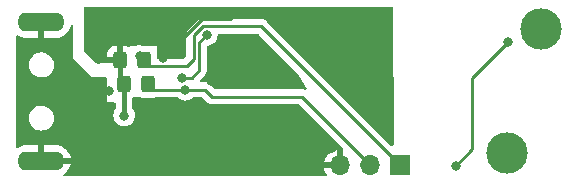
<source format=gbl>
%TF.GenerationSoftware,KiCad,Pcbnew,(5.99.0-7212-gef75ce9035)*%
%TF.CreationDate,2021-04-24T18:58:59-07:00*%
%TF.ProjectId,nikon_ctrl,6e696b6f-6e5f-4637-9472-6c2e6b696361,rev?*%
%TF.SameCoordinates,Original*%
%TF.FileFunction,Copper,L2,Bot*%
%TF.FilePolarity,Positive*%
%FSLAX46Y46*%
G04 Gerber Fmt 4.6, Leading zero omitted, Abs format (unit mm)*
G04 Created by KiCad (PCBNEW (5.99.0-7212-gef75ce9035)) date 2021-04-24 18:58:59*
%MOMM*%
%LPD*%
G01*
G04 APERTURE LIST*
G04 Aperture macros list*
%AMRoundRect*
0 Rectangle with rounded corners*
0 $1 Rounding radius*
0 $2 $3 $4 $5 $6 $7 $8 $9 X,Y pos of 4 corners*
0 Add a 4 corners polygon primitive as box body*
4,1,4,$2,$3,$4,$5,$6,$7,$8,$9,$2,$3,0*
0 Add four circle primitives for the rounded corners*
1,1,$1+$1,$2,$3,0*
1,1,$1+$1,$4,$5,0*
1,1,$1+$1,$6,$7,0*
1,1,$1+$1,$8,$9,0*
0 Add four rect primitives between the rounded corners*
20,1,$1+$1,$2,$3,$4,$5,0*
20,1,$1+$1,$4,$5,$6,$7,0*
20,1,$1+$1,$6,$7,$8,$9,0*
20,1,$1+$1,$8,$9,$2,$3,0*%
G04 Aperture macros list end*
%TA.AperFunction,ComponentPad*%
%ADD10O,1.700000X1.700000*%
%TD*%
%TA.AperFunction,ComponentPad*%
%ADD11R,1.700000X1.700000*%
%TD*%
%TA.AperFunction,ComponentPad*%
%ADD12O,4.000000X1.600000*%
%TD*%
%TA.AperFunction,ComponentPad*%
%ADD13C,3.500000*%
%TD*%
%TA.AperFunction,SMDPad,CuDef*%
%ADD14RoundRect,0.250000X-0.325000X-0.450000X0.325000X-0.450000X0.325000X0.450000X-0.325000X0.450000X0*%
%TD*%
%TA.AperFunction,ViaPad*%
%ADD15C,0.800000*%
%TD*%
%TA.AperFunction,Conductor*%
%ADD16C,0.250000*%
%TD*%
%TA.AperFunction,Conductor*%
%ADD17C,0.400000*%
%TD*%
G04 APERTURE END LIST*
D10*
%TO.P,J3,3,Pin_3*%
%TO.N,GND*%
X141912340Y-114406680D03*
%TO.P,J3,2,Pin_2*%
%TO.N,TXD*%
X144452340Y-114406680D03*
D11*
%TO.P,J3,1,Pin_1*%
%TO.N,RXD*%
X146992340Y-114406680D03*
%TD*%
D12*
%TO.P,J1,10,SHIELD*%
%TO.N,GND*%
X116624740Y-114026060D03*
X116624740Y-102326060D03*
%TD*%
D13*
%TO.P,H1,1*%
%TO.N,N/C*%
X158912560Y-102864920D03*
%TD*%
%TO.P,H2,1*%
%TO.N,N/C*%
X156044900Y-113398300D03*
%TD*%
D14*
%TO.P,R9,1*%
%TO.N,+3V3*%
X123582320Y-107502960D03*
%TO.P,R9,2*%
%TO.N,TXD*%
X125632320Y-107502960D03*
%TD*%
%TO.P,R10,1*%
%TO.N,+3V3*%
X123269900Y-105496360D03*
%TO.P,R10,2*%
%TO.N,RXD*%
X125319900Y-105496360D03*
%TD*%
D15*
%TO.N,GND*%
X141236700Y-112951260D03*
X151693880Y-114449860D03*
X156161740Y-103979980D03*
%TO.N,+3V3*%
X144688560Y-101828600D03*
%TO.N,GND*%
X133197600Y-107515660D03*
X136723880Y-106920540D03*
X120771920Y-113621820D03*
%TO.N,+3V3*%
X143562869Y-108971551D03*
X143860520Y-102656640D03*
%TO.N,GND*%
X115239800Y-104561640D03*
X115239800Y-108176060D03*
X115775740Y-112052100D03*
X131427220Y-110035340D03*
X134713980Y-111066580D03*
X129118360Y-110027720D03*
X131008120Y-107304840D03*
X131513580Y-114294920D03*
X122369580Y-108163360D03*
X116570760Y-108163360D03*
%TO.N,+3V3*%
X123631960Y-110208060D03*
%TO.N,TXD*%
X128811020Y-108028740D03*
%TO.N,+3V3*%
X133068060Y-101589840D03*
X126923800Y-105318560D03*
%TO.N,RXD*%
X124945140Y-105166160D03*
%TO.N,RTS*%
X128516380Y-107007660D03*
X130642360Y-103372920D03*
%TO.N,+3V3*%
X120909080Y-102039420D03*
%TD*%
D16*
%TO.N,GND*%
X153121360Y-107020360D02*
X153121360Y-113022380D01*
X153121360Y-113022380D02*
X151693880Y-114449860D01*
X156161740Y-103979980D02*
X153121360Y-107020360D01*
%TO.N,RXD*%
X129542110Y-105419730D02*
X129542110Y-103400168D01*
X125867101Y-106043561D02*
X128791801Y-106043561D01*
X129542110Y-105419730D02*
X128918279Y-106043561D01*
X128918279Y-106043561D02*
X128791801Y-106043561D01*
%TO.N,GND*%
X141912340Y-114406680D02*
X136878060Y-114406680D01*
X136878060Y-114406680D02*
X134713980Y-112242600D01*
X134713980Y-112242600D02*
X134713980Y-111066580D01*
%TO.N,TXD*%
X130493622Y-108028740D02*
X131077822Y-108612940D01*
X128811020Y-108028740D02*
X130493622Y-108028740D01*
X131077822Y-108612940D02*
X138658600Y-108612940D01*
X138658600Y-108612940D02*
X144452340Y-114406680D01*
%TO.N,RXD*%
X125319900Y-105496360D02*
X125867101Y-106043561D01*
X129542110Y-103400168D02*
X130294359Y-102647919D01*
X130294359Y-102647919D02*
X135233579Y-102647919D01*
X135233579Y-102647919D02*
X146992340Y-114406680D01*
%TO.N,GND*%
X122369580Y-108163360D02*
X116570760Y-108163360D01*
D17*
%TO.N,+3V3*%
X123631960Y-110208060D02*
X123631960Y-107837080D01*
D16*
X123631960Y-107837080D02*
X123269900Y-107475020D01*
X123269900Y-104336960D02*
X123601480Y-104005380D01*
X123601480Y-104005380D02*
X126908560Y-104005380D01*
X123269900Y-105496360D02*
X123269900Y-104336960D01*
X126923800Y-105318560D02*
X127572770Y-104669590D01*
X127572770Y-104669590D02*
X130200400Y-102041960D01*
X126908560Y-104005380D02*
X127572770Y-104669590D01*
%TO.N,TXD*%
X128811020Y-108028740D02*
X125873620Y-108028740D01*
X125873620Y-108028740D02*
X125319900Y-107475020D01*
%TO.N,+3V3*%
X132615940Y-102041960D02*
X133068060Y-101589840D01*
X130200400Y-102041960D02*
X132615940Y-102041960D01*
%TO.N,RXD*%
X124910008Y-105094325D02*
X124917865Y-105094325D01*
X124917865Y-105094325D02*
X125319900Y-105496360D01*
%TO.N,RTS*%
X129357120Y-107007660D02*
X129992120Y-106372660D01*
X129992120Y-104023160D02*
X130642360Y-103372920D01*
X128516380Y-107007660D02*
X129357120Y-107007660D01*
X129992120Y-106372660D02*
X129992120Y-104023160D01*
%TO.N,+3V3*%
X120464580Y-102483920D02*
X120909080Y-102039420D01*
X123269900Y-105496360D02*
X121206260Y-105496360D01*
X120464580Y-104754680D02*
X120464580Y-102483920D01*
X121206260Y-105496360D02*
X120464580Y-104754680D01*
D17*
X123269900Y-105496360D02*
X123269900Y-107475020D01*
%TD*%
%TA.AperFunction,Conductor*%
%TO.N,GND*%
G36*
X116752740Y-102072061D02*
G01*
X116820861Y-102092063D01*
X116867354Y-102145719D01*
X116878740Y-102198061D01*
X116878739Y-103615945D01*
X116883214Y-103631184D01*
X116884604Y-103632389D01*
X116892287Y-103634060D01*
X117879151Y-103634060D01*
X117884616Y-103633822D01*
X118047263Y-103619592D01*
X118058050Y-103617690D01*
X118268501Y-103561299D01*
X118278797Y-103557551D01*
X118476253Y-103465477D01*
X118485749Y-103459994D01*
X118664209Y-103335035D01*
X118672617Y-103327979D01*
X118826659Y-103173937D01*
X118833715Y-103165529D01*
X118958674Y-102987069D01*
X118964157Y-102977573D01*
X119056231Y-102780117D01*
X119059979Y-102769821D01*
X119094174Y-102642206D01*
X119131126Y-102581584D01*
X119194987Y-102550562D01*
X119265481Y-102558991D01*
X119320228Y-102604194D01*
X119341881Y-102675087D01*
X119336234Y-105317867D01*
X119343818Y-105325654D01*
X119343818Y-105325655D01*
X120672936Y-106690411D01*
X120946594Y-106971407D01*
X121120849Y-106970682D01*
X122042416Y-106966851D01*
X122110619Y-106986570D01*
X122157335Y-107040032D01*
X122168939Y-107092243D01*
X122178494Y-109082147D01*
X122191502Y-109082304D01*
X122191503Y-109082304D01*
X122798979Y-109089623D01*
X122866854Y-109110444D01*
X122912697Y-109164656D01*
X122923460Y-109215611D01*
X122923460Y-109589321D01*
X122899398Y-109663379D01*
X122897337Y-109666215D01*
X122892923Y-109671118D01*
X122797436Y-109836506D01*
X122738422Y-110018133D01*
X122737732Y-110024696D01*
X122737732Y-110024697D01*
X122719404Y-110199077D01*
X122718460Y-110208060D01*
X122738422Y-110397987D01*
X122740462Y-110404265D01*
X122740462Y-110404266D01*
X122757192Y-110455755D01*
X122797436Y-110579614D01*
X122892923Y-110745002D01*
X122897341Y-110749909D01*
X122897342Y-110749910D01*
X123000059Y-110863989D01*
X123020709Y-110886923D01*
X123026051Y-110890804D01*
X123026053Y-110890806D01*
X123169868Y-110995293D01*
X123175210Y-110999174D01*
X123181238Y-111001858D01*
X123181240Y-111001859D01*
X123181932Y-111002167D01*
X123349673Y-111076850D01*
X123443073Y-111096703D01*
X123530016Y-111115184D01*
X123530021Y-111115184D01*
X123536473Y-111116556D01*
X123727447Y-111116556D01*
X123733899Y-111115184D01*
X123733904Y-111115184D01*
X123820847Y-111096703D01*
X123914247Y-111076850D01*
X124081988Y-111002167D01*
X124082680Y-111001859D01*
X124082682Y-111001858D01*
X124088710Y-110999174D01*
X124094052Y-110995293D01*
X124237867Y-110890806D01*
X124237869Y-110890804D01*
X124243211Y-110886923D01*
X124263861Y-110863989D01*
X124366578Y-110749910D01*
X124366579Y-110749909D01*
X124370997Y-110745002D01*
X124466484Y-110579614D01*
X124506728Y-110455755D01*
X124523458Y-110404266D01*
X124523458Y-110404265D01*
X124525498Y-110397987D01*
X124545460Y-110208060D01*
X124544516Y-110199077D01*
X124526188Y-110024697D01*
X124526188Y-110024696D01*
X124525498Y-110018133D01*
X124466484Y-109836506D01*
X124370997Y-109671118D01*
X124366583Y-109666215D01*
X124364522Y-109663379D01*
X124340460Y-109589321D01*
X124340460Y-108736270D01*
X124360462Y-108668149D01*
X124414118Y-108621656D01*
X124464924Y-108610279D01*
X124884791Y-108605161D01*
X124949612Y-108622198D01*
X124996544Y-108649458D01*
X124996546Y-108649459D01*
X125002875Y-108653135D01*
X125136101Y-108693485D01*
X125152930Y-108698582D01*
X125172116Y-108704393D01*
X125178556Y-108704968D01*
X125178557Y-108704968D01*
X125248505Y-108711211D01*
X125248511Y-108711211D01*
X125251298Y-108711460D01*
X126000206Y-108711460D01*
X126105834Y-108699145D01*
X126125691Y-108696830D01*
X126125692Y-108696830D01*
X126132963Y-108695982D01*
X126139839Y-108693486D01*
X126139844Y-108693485D01*
X126205091Y-108669801D01*
X126248082Y-108662240D01*
X128102826Y-108662240D01*
X128170947Y-108682242D01*
X128190171Y-108698582D01*
X128190445Y-108698278D01*
X128195348Y-108702693D01*
X128199769Y-108707603D01*
X128205111Y-108711484D01*
X128205113Y-108711486D01*
X128348928Y-108815973D01*
X128354270Y-108819854D01*
X128360298Y-108822538D01*
X128360300Y-108822539D01*
X128522702Y-108894845D01*
X128528733Y-108897530D01*
X128622133Y-108917383D01*
X128709076Y-108935864D01*
X128709081Y-108935864D01*
X128715533Y-108937236D01*
X128906507Y-108937236D01*
X128912959Y-108935864D01*
X128912964Y-108935864D01*
X128999907Y-108917383D01*
X129093307Y-108897530D01*
X129099338Y-108894845D01*
X129261740Y-108822539D01*
X129261742Y-108822538D01*
X129267770Y-108819854D01*
X129273112Y-108815973D01*
X129416927Y-108711486D01*
X129416929Y-108711484D01*
X129422271Y-108707603D01*
X129426692Y-108702693D01*
X129431595Y-108698278D01*
X129432721Y-108699529D01*
X129486020Y-108666691D01*
X129519214Y-108662240D01*
X130179028Y-108662240D01*
X130247149Y-108682242D01*
X130268123Y-108699145D01*
X130574431Y-109005453D01*
X130581791Y-109013541D01*
X130585849Y-109019935D01*
X130591626Y-109025360D01*
X130634700Y-109065809D01*
X130637542Y-109068564D01*
X130657856Y-109088878D01*
X130661267Y-109091523D01*
X130670287Y-109099227D01*
X130702521Y-109129497D01*
X130709465Y-109133314D01*
X130709467Y-109133316D01*
X130720275Y-109139258D01*
X130736799Y-109150112D01*
X130752799Y-109162523D01*
X130760070Y-109165670D01*
X130760071Y-109165670D01*
X130793373Y-109180081D01*
X130804029Y-109185302D01*
X130842774Y-109206602D01*
X130850457Y-109208574D01*
X130850458Y-109208575D01*
X130862390Y-109211639D01*
X130881094Y-109218043D01*
X130892407Y-109222939D01*
X130892414Y-109222941D01*
X130899686Y-109226088D01*
X130907510Y-109227327D01*
X130907513Y-109227328D01*
X130943357Y-109233005D01*
X130954978Y-109235412D01*
X130992040Y-109244927D01*
X130997797Y-109246405D01*
X130998353Y-109246440D01*
X131018274Y-109246440D01*
X131037984Y-109247991D01*
X131049936Y-109249884D01*
X131049937Y-109249884D01*
X131057766Y-109251124D01*
X131065658Y-109250378D01*
X131101404Y-109246999D01*
X131113262Y-109246440D01*
X138344006Y-109246440D01*
X138412127Y-109266442D01*
X138433101Y-109283345D01*
X142129787Y-112980032D01*
X142163813Y-113042344D01*
X142162885Y-113070349D01*
X142166340Y-113070349D01*
X142166339Y-114152678D01*
X142166340Y-114152684D01*
X142166339Y-114534680D01*
X142146337Y-114602801D01*
X142092681Y-114649294D01*
X142040339Y-114660680D01*
X140595743Y-114660679D01*
X140582562Y-114664549D01*
X140580595Y-114679102D01*
X140588978Y-114731151D01*
X140591552Y-114741473D01*
X140662570Y-114949490D01*
X140666837Y-114959213D01*
X140771892Y-115152298D01*
X140775298Y-115157463D01*
X140796102Y-115225343D01*
X140776905Y-115293695D01*
X140723802Y-115340818D01*
X140670111Y-115352830D01*
X118609971Y-115352830D01*
X118541850Y-115332828D01*
X118495357Y-115279172D01*
X118485253Y-115208898D01*
X118514747Y-115144318D01*
X118537700Y-115123617D01*
X118664209Y-115035035D01*
X118672617Y-115027979D01*
X118826659Y-114873937D01*
X118833715Y-114865529D01*
X118958674Y-114687069D01*
X118964157Y-114677573D01*
X119056231Y-114480117D01*
X119059979Y-114469821D01*
X119106138Y-114297557D01*
X119105802Y-114283461D01*
X119097860Y-114280060D01*
X116878742Y-114280059D01*
X116878736Y-114280060D01*
X116496740Y-114280059D01*
X116428619Y-114260057D01*
X116382126Y-114206401D01*
X116370740Y-114154059D01*
X116370740Y-114134854D01*
X140581348Y-114134854D01*
X140582767Y-114148094D01*
X140597402Y-114152680D01*
X141640225Y-114152681D01*
X141655464Y-114148206D01*
X141656669Y-114146816D01*
X141658340Y-114139133D01*
X141658341Y-113090396D01*
X141654368Y-113076865D01*
X141643761Y-113075340D01*
X141525895Y-113100071D01*
X141515698Y-113103131D01*
X141311272Y-113183862D01*
X141301736Y-113188596D01*
X141113826Y-113302622D01*
X141105236Y-113308886D01*
X140939224Y-113452944D01*
X140931804Y-113460575D01*
X140792440Y-113630540D01*
X140786415Y-113639307D01*
X140677682Y-113830324D01*
X140673217Y-113839988D01*
X140598222Y-114046596D01*
X140595451Y-114056864D01*
X140581348Y-114134854D01*
X116370740Y-114134854D01*
X116370740Y-113753945D01*
X116878739Y-113753945D01*
X116883214Y-113769184D01*
X116884604Y-113770389D01*
X116892287Y-113772060D01*
X119092711Y-113772061D01*
X119106242Y-113768088D01*
X119107471Y-113759539D01*
X119059979Y-113582298D01*
X119056233Y-113572006D01*
X118964157Y-113374547D01*
X118958674Y-113365051D01*
X118833715Y-113186591D01*
X118826659Y-113178183D01*
X118672617Y-113024141D01*
X118664209Y-113017085D01*
X118485749Y-112892126D01*
X118476253Y-112886643D01*
X118278797Y-112794569D01*
X118268501Y-112790821D01*
X118058050Y-112734430D01*
X118047263Y-112732528D01*
X117884616Y-112718298D01*
X117879151Y-112718060D01*
X116896855Y-112718060D01*
X116881616Y-112722535D01*
X116880411Y-112723925D01*
X116878740Y-112731608D01*
X116878739Y-113753945D01*
X116370740Y-113753945D01*
X116370741Y-112736175D01*
X116366266Y-112720936D01*
X116364876Y-112719731D01*
X116357193Y-112718060D01*
X115370329Y-112718060D01*
X115364864Y-112718298D01*
X115202217Y-112732528D01*
X115191430Y-112734430D01*
X114980979Y-112790821D01*
X114970683Y-112794569D01*
X114773227Y-112886643D01*
X114763726Y-112892129D01*
X114681150Y-112949949D01*
X114613876Y-112972637D01*
X114545016Y-112955352D01*
X114496432Y-112903582D01*
X114482880Y-112846736D01*
X114482880Y-110411211D01*
X115561344Y-110411211D01*
X115562591Y-110426060D01*
X115575966Y-110585337D01*
X115578712Y-110618042D01*
X115635923Y-110817560D01*
X115638738Y-110823037D01*
X115638739Y-110823040D01*
X115659784Y-110863989D01*
X115730797Y-111002167D01*
X115734620Y-111006991D01*
X115734623Y-111006995D01*
X115821461Y-111116556D01*
X115859722Y-111164829D01*
X116017786Y-111299352D01*
X116198969Y-111400612D01*
X116396369Y-111464751D01*
X116602468Y-111489327D01*
X116608603Y-111488855D01*
X116608605Y-111488855D01*
X116803273Y-111473876D01*
X116803277Y-111473875D01*
X116809415Y-111473403D01*
X116847222Y-111462847D01*
X117003384Y-111419246D01*
X117003388Y-111419245D01*
X117009328Y-111417586D01*
X117014832Y-111414806D01*
X117014834Y-111414805D01*
X117189091Y-111326782D01*
X117189093Y-111326781D01*
X117194592Y-111324003D01*
X117358150Y-111196217D01*
X117362176Y-111191553D01*
X117362179Y-111191550D01*
X117463503Y-111074165D01*
X117493774Y-111039096D01*
X117514928Y-111001859D01*
X117593248Y-110863989D01*
X117596296Y-110858624D01*
X117661811Y-110661677D01*
X117687825Y-110455755D01*
X117688240Y-110426060D01*
X117667986Y-110219492D01*
X117607995Y-110020792D01*
X117510552Y-109837528D01*
X117506662Y-109832758D01*
X117506659Y-109832754D01*
X117383263Y-109681458D01*
X117379368Y-109676682D01*
X117372643Y-109671118D01*
X117224191Y-109548308D01*
X117219442Y-109544379D01*
X117036863Y-109445659D01*
X116937725Y-109414971D01*
X116844473Y-109386104D01*
X116844470Y-109386103D01*
X116838586Y-109384282D01*
X116832461Y-109383638D01*
X116832460Y-109383638D01*
X116638293Y-109363230D01*
X116638292Y-109363230D01*
X116632165Y-109362586D01*
X116546457Y-109370386D01*
X116431599Y-109380839D01*
X116431596Y-109380840D01*
X116425460Y-109381398D01*
X116419554Y-109383136D01*
X116419550Y-109383137D01*
X116270213Y-109427089D01*
X116226346Y-109440000D01*
X116042407Y-109536161D01*
X115880648Y-109666218D01*
X115747232Y-109825218D01*
X115744268Y-109830610D01*
X115744265Y-109830614D01*
X115662233Y-109979830D01*
X115647240Y-110007103D01*
X115645379Y-110012970D01*
X115645378Y-110012972D01*
X115641659Y-110024697D01*
X115584480Y-110204946D01*
X115561344Y-110411211D01*
X114482880Y-110411211D01*
X114482880Y-105911211D01*
X115561344Y-105911211D01*
X115578712Y-106118042D01*
X115635923Y-106317560D01*
X115638738Y-106323037D01*
X115638739Y-106323040D01*
X115727982Y-106496690D01*
X115730797Y-106502167D01*
X115734620Y-106506991D01*
X115734623Y-106506995D01*
X115808358Y-106600024D01*
X115859722Y-106664829D01*
X115864415Y-106668823D01*
X115864416Y-106668824D01*
X115964189Y-106753737D01*
X116017786Y-106799352D01*
X116198969Y-106900612D01*
X116396369Y-106964751D01*
X116602468Y-106989327D01*
X116608603Y-106988855D01*
X116608605Y-106988855D01*
X116803273Y-106973876D01*
X116803277Y-106973875D01*
X116809415Y-106973403D01*
X116847222Y-106962847D01*
X117003384Y-106919246D01*
X117003388Y-106919245D01*
X117009328Y-106917586D01*
X117014832Y-106914806D01*
X117014834Y-106914805D01*
X117189091Y-106826782D01*
X117189093Y-106826781D01*
X117194592Y-106824003D01*
X117358150Y-106696217D01*
X117362176Y-106691553D01*
X117362179Y-106691550D01*
X117441182Y-106600024D01*
X117493774Y-106539096D01*
X117596296Y-106358624D01*
X117661811Y-106161677D01*
X117687825Y-105955755D01*
X117688240Y-105926060D01*
X117667986Y-105719492D01*
X117607995Y-105520792D01*
X117559273Y-105429160D01*
X117513446Y-105342970D01*
X117513444Y-105342967D01*
X117510552Y-105337528D01*
X117506662Y-105332758D01*
X117506659Y-105332754D01*
X117383263Y-105181458D01*
X117379368Y-105176682D01*
X117368313Y-105167536D01*
X117290129Y-105102857D01*
X117219442Y-105044379D01*
X117036863Y-104945659D01*
X116937724Y-104914970D01*
X116844473Y-104886104D01*
X116844470Y-104886103D01*
X116838586Y-104884282D01*
X116832461Y-104883638D01*
X116832460Y-104883638D01*
X116638293Y-104863230D01*
X116638292Y-104863230D01*
X116632165Y-104862586D01*
X116546457Y-104870386D01*
X116431599Y-104880839D01*
X116431596Y-104880840D01*
X116425460Y-104881398D01*
X116419554Y-104883136D01*
X116419550Y-104883137D01*
X116316498Y-104913467D01*
X116226346Y-104940000D01*
X116042407Y-105036161D01*
X115880648Y-105166218D01*
X115747232Y-105325218D01*
X115744268Y-105330610D01*
X115744265Y-105330614D01*
X115700589Y-105410061D01*
X115647240Y-105507103D01*
X115645379Y-105512970D01*
X115645378Y-105512972D01*
X115641026Y-105526691D01*
X115584480Y-105704946D01*
X115561344Y-105911211D01*
X114482880Y-105911211D01*
X114482880Y-103505384D01*
X114502882Y-103437263D01*
X114556538Y-103390770D01*
X114626812Y-103380666D01*
X114681150Y-103402171D01*
X114763726Y-103459991D01*
X114773227Y-103465477D01*
X114970683Y-103557551D01*
X114980979Y-103561299D01*
X115191430Y-103617690D01*
X115202217Y-103619592D01*
X115364864Y-103633822D01*
X115370329Y-103634060D01*
X116352625Y-103634060D01*
X116367864Y-103629585D01*
X116369069Y-103628195D01*
X116370740Y-103620512D01*
X116370741Y-102198060D01*
X116390743Y-102129939D01*
X116444399Y-102083446D01*
X116496741Y-102072060D01*
X116752740Y-102072061D01*
G37*
%TD.AperFunction*%
%TA.AperFunction,Conductor*%
G36*
X133639201Y-103281468D02*
G01*
X134950633Y-103318170D01*
X135018166Y-103340070D01*
X135036506Y-103355330D01*
X138300401Y-106641668D01*
X138317360Y-106662904D01*
X138897137Y-107575871D01*
X139068385Y-107845533D01*
X139088018Y-107913761D01*
X139067648Y-107981773D01*
X139013742Y-108027975D01*
X138943414Y-108037699D01*
X138908063Y-108025771D01*
X138907966Y-108026015D01*
X138903234Y-108024141D01*
X138901321Y-108023496D01*
X138900594Y-108023096D01*
X138900590Y-108023094D01*
X138893648Y-108019278D01*
X138885973Y-108017308D01*
X138885972Y-108017307D01*
X138874026Y-108014240D01*
X138855319Y-108007835D01*
X138844010Y-108002941D01*
X138844008Y-108002941D01*
X138836735Y-107999793D01*
X138828907Y-107998553D01*
X138828906Y-107998553D01*
X138793073Y-107992878D01*
X138781448Y-107990470D01*
X138744382Y-107980953D01*
X138744380Y-107980953D01*
X138738625Y-107979475D01*
X138738069Y-107979440D01*
X138718146Y-107979440D01*
X138698437Y-107977889D01*
X138678655Y-107974756D01*
X138670763Y-107975502D01*
X138635018Y-107978881D01*
X138623160Y-107979440D01*
X131392416Y-107979440D01*
X131324295Y-107959438D01*
X131303321Y-107942535D01*
X130997013Y-107636227D01*
X130989653Y-107628139D01*
X130985595Y-107621745D01*
X130936743Y-107575870D01*
X130933902Y-107573116D01*
X130913588Y-107552802D01*
X130910177Y-107550157D01*
X130901155Y-107542451D01*
X130874699Y-107517607D01*
X130868923Y-107512183D01*
X130861979Y-107508366D01*
X130861977Y-107508364D01*
X130851169Y-107502422D01*
X130834645Y-107491568D01*
X130824908Y-107484015D01*
X130824907Y-107484015D01*
X130818645Y-107479157D01*
X130811372Y-107476010D01*
X130811369Y-107476008D01*
X130790957Y-107467175D01*
X130778080Y-107461603D01*
X130767422Y-107456382D01*
X130735616Y-107438896D01*
X130735612Y-107438894D01*
X130728670Y-107435078D01*
X130720995Y-107433108D01*
X130720994Y-107433107D01*
X130709048Y-107430040D01*
X130690341Y-107423635D01*
X130679032Y-107418741D01*
X130679030Y-107418741D01*
X130671757Y-107415593D01*
X130663929Y-107414353D01*
X130663928Y-107414353D01*
X130628095Y-107408678D01*
X130616470Y-107406270D01*
X130579404Y-107396753D01*
X130579402Y-107396753D01*
X130573647Y-107395275D01*
X130573091Y-107395240D01*
X130553168Y-107395240D01*
X130533459Y-107393689D01*
X130513677Y-107390556D01*
X130505785Y-107391302D01*
X130470040Y-107394681D01*
X130458182Y-107395240D01*
X130169634Y-107395240D01*
X130101513Y-107375238D01*
X130055020Y-107321582D01*
X130044916Y-107251308D01*
X130074410Y-107186728D01*
X130080539Y-107180145D01*
X130384642Y-106876042D01*
X130392720Y-106868691D01*
X130399114Y-106864633D01*
X130444980Y-106815791D01*
X130447735Y-106812949D01*
X130468058Y-106792626D01*
X130470701Y-106789219D01*
X130478410Y-106780192D01*
X130503253Y-106753737D01*
X130508677Y-106747961D01*
X130512496Y-106741015D01*
X130518438Y-106730207D01*
X130529292Y-106713683D01*
X130536845Y-106703946D01*
X130536845Y-106703945D01*
X130541703Y-106697683D01*
X130559262Y-106657107D01*
X130564483Y-106646450D01*
X130567112Y-106641668D01*
X130585782Y-106607708D01*
X130587755Y-106600024D01*
X130590819Y-106588092D01*
X130597223Y-106569388D01*
X130602119Y-106558075D01*
X130602121Y-106558068D01*
X130605268Y-106550796D01*
X130612185Y-106507125D01*
X130614592Y-106495504D01*
X130624107Y-106458442D01*
X130624107Y-106458441D01*
X130625585Y-106452685D01*
X130625620Y-106452129D01*
X130625620Y-106432208D01*
X130627171Y-106412498D01*
X130629064Y-106400546D01*
X130629064Y-106400545D01*
X130630304Y-106392716D01*
X130626179Y-106349077D01*
X130625620Y-106337220D01*
X130625620Y-104405969D01*
X130645622Y-104337848D01*
X130699278Y-104291355D01*
X130735676Y-104281416D01*
X130737847Y-104281416D01*
X130924647Y-104241710D01*
X130930678Y-104239025D01*
X131093080Y-104166719D01*
X131093082Y-104166718D01*
X131099110Y-104164034D01*
X131184614Y-104101912D01*
X131248267Y-104055666D01*
X131248269Y-104055664D01*
X131253611Y-104051783D01*
X131258033Y-104046872D01*
X131376978Y-103914770D01*
X131376979Y-103914769D01*
X131381397Y-103909862D01*
X131439671Y-103808928D01*
X131473580Y-103750197D01*
X131473581Y-103750196D01*
X131476884Y-103744474D01*
X131517162Y-103620512D01*
X131533858Y-103569126D01*
X131533858Y-103569125D01*
X131535898Y-103562847D01*
X131553618Y-103394248D01*
X131580631Y-103328592D01*
X131638853Y-103287962D01*
X131678928Y-103281419D01*
X133635676Y-103281419D01*
X133639201Y-103281468D01*
G37*
%TD.AperFunction*%
%TD*%
%TA.AperFunction,Conductor*%
%TO.N,+3V3*%
G36*
X146366537Y-101024372D02*
G01*
X146413030Y-101078028D01*
X146424416Y-101130152D01*
X146444342Y-112658369D01*
X146424458Y-112726524D01*
X146370882Y-112773110D01*
X146300626Y-112783335D01*
X146235994Y-112753954D01*
X146229247Y-112747682D01*
X135736970Y-102255406D01*
X135729610Y-102247318D01*
X135725552Y-102240924D01*
X135676700Y-102195049D01*
X135673859Y-102192295D01*
X135653545Y-102171981D01*
X135650134Y-102169336D01*
X135641112Y-102161630D01*
X135614656Y-102136786D01*
X135608880Y-102131362D01*
X135601936Y-102127545D01*
X135601934Y-102127543D01*
X135591126Y-102121601D01*
X135574602Y-102110747D01*
X135564865Y-102103194D01*
X135564864Y-102103194D01*
X135558602Y-102098336D01*
X135551329Y-102095189D01*
X135551326Y-102095187D01*
X135530914Y-102086354D01*
X135518037Y-102080782D01*
X135507379Y-102075561D01*
X135475573Y-102058075D01*
X135475569Y-102058073D01*
X135468627Y-102054257D01*
X135460952Y-102052287D01*
X135460951Y-102052286D01*
X135449005Y-102049219D01*
X135430298Y-102042814D01*
X135418989Y-102037920D01*
X135418987Y-102037920D01*
X135411714Y-102034772D01*
X135403886Y-102033532D01*
X135403885Y-102033532D01*
X135368052Y-102027857D01*
X135356427Y-102025449D01*
X135319361Y-102015932D01*
X135319359Y-102015932D01*
X135313604Y-102014454D01*
X135313048Y-102014419D01*
X135293125Y-102014419D01*
X135273416Y-102012868D01*
X135253634Y-102009735D01*
X135245742Y-102010481D01*
X135209997Y-102013860D01*
X135198139Y-102014419D01*
X130372742Y-102014419D01*
X130361838Y-102013905D01*
X130354447Y-102012253D01*
X130346521Y-102012502D01*
X130346520Y-102012502D01*
X130287493Y-102014357D01*
X130283535Y-102014419D01*
X130254781Y-102014419D01*
X130250514Y-102014958D01*
X130238672Y-102015891D01*
X130207024Y-102016886D01*
X130202399Y-102017031D01*
X130194476Y-102017280D01*
X130175026Y-102022931D01*
X130155664Y-102026941D01*
X130135571Y-102029479D01*
X130101890Y-102042814D01*
X130094467Y-102045753D01*
X130083237Y-102049598D01*
X130048393Y-102059721D01*
X130048391Y-102059722D01*
X130040780Y-102061933D01*
X130025426Y-102071013D01*
X130023348Y-102072242D01*
X130005595Y-102080939D01*
X129986759Y-102088397D01*
X129973079Y-102098336D01*
X129950985Y-102114388D01*
X129941066Y-102120903D01*
X129908117Y-102140390D01*
X129908114Y-102140392D01*
X129903018Y-102143406D01*
X129902600Y-102143774D01*
X129888517Y-102157857D01*
X129873492Y-102170691D01*
X129857276Y-102182473D01*
X129829330Y-102216254D01*
X129821340Y-102225034D01*
X129149588Y-102896786D01*
X129141510Y-102904137D01*
X129135116Y-102908195D01*
X129129689Y-102913974D01*
X129129688Y-102913975D01*
X129089258Y-102957029D01*
X129086503Y-102959871D01*
X129066172Y-102980202D01*
X129063738Y-102983339D01*
X129063736Y-102983342D01*
X129063513Y-102983629D01*
X129055817Y-102992639D01*
X129032361Y-103017618D01*
X129025554Y-103024867D01*
X129021738Y-103031808D01*
X129021736Y-103031811D01*
X129015798Y-103042613D01*
X129004944Y-103059136D01*
X128997388Y-103068878D01*
X128992527Y-103075145D01*
X128989379Y-103082420D01*
X128974969Y-103115719D01*
X128969747Y-103126379D01*
X128948449Y-103165120D01*
X128943411Y-103184740D01*
X128937012Y-103203432D01*
X128928963Y-103222033D01*
X128927723Y-103229860D01*
X128927723Y-103229861D01*
X128922047Y-103265699D01*
X128919640Y-103277322D01*
X128908646Y-103320143D01*
X128908611Y-103320699D01*
X128908611Y-103340615D01*
X128907060Y-103360325D01*
X128903926Y-103380113D01*
X128904672Y-103388004D01*
X128908052Y-103423760D01*
X128908611Y-103435618D01*
X128908610Y-105105134D01*
X128888608Y-105173255D01*
X128871706Y-105194229D01*
X128692780Y-105373156D01*
X128630468Y-105407181D01*
X128603684Y-105410061D01*
X126541600Y-105410061D01*
X126473479Y-105390059D01*
X126426986Y-105336403D01*
X126415602Y-105284723D01*
X126415356Y-105237885D01*
X126410720Y-104355900D01*
X126240797Y-104356465D01*
X125999337Y-104357268D01*
X125951407Y-104347383D01*
X125949345Y-104346185D01*
X125942335Y-104344062D01*
X125942333Y-104344061D01*
X125786295Y-104296802D01*
X125786294Y-104296802D01*
X125780104Y-104294927D01*
X125773664Y-104294352D01*
X125773663Y-104294352D01*
X125703715Y-104288109D01*
X125703709Y-104288109D01*
X125700922Y-104287860D01*
X125195931Y-104287860D01*
X125169734Y-104285107D01*
X125047084Y-104259036D01*
X125047079Y-104259036D01*
X125040627Y-104257664D01*
X124849653Y-104257664D01*
X124843201Y-104259036D01*
X124843196Y-104259036D01*
X124756253Y-104277517D01*
X124662853Y-104297370D01*
X124656823Y-104300055D01*
X124656822Y-104300055D01*
X124541513Y-104351394D01*
X124490683Y-104362286D01*
X124119640Y-104363520D01*
X124119666Y-104368837D01*
X124113612Y-104370637D01*
X124069003Y-104399515D01*
X123998007Y-104399752D01*
X123969816Y-104387691D01*
X123905478Y-104350320D01*
X123892146Y-104344523D01*
X123736200Y-104297292D01*
X123723577Y-104294844D01*
X123653716Y-104288609D01*
X123648121Y-104288360D01*
X123542015Y-104288360D01*
X123526776Y-104292835D01*
X123525571Y-104294225D01*
X123523900Y-104301908D01*
X123523900Y-105624360D01*
X123503898Y-105692481D01*
X123450242Y-105738974D01*
X123397900Y-105750360D01*
X122205015Y-105750360D01*
X122189776Y-105754835D01*
X122187526Y-105757431D01*
X122127800Y-105795814D01*
X122093179Y-105800915D01*
X121794439Y-105802995D01*
X121380797Y-105805874D01*
X121312540Y-105786347D01*
X121290932Y-105769078D01*
X120513189Y-104993139D01*
X122186900Y-104993139D01*
X122186900Y-105224245D01*
X122191375Y-105239484D01*
X122192765Y-105240689D01*
X122200448Y-105242360D01*
X122997785Y-105242360D01*
X123013024Y-105237885D01*
X123014229Y-105236495D01*
X123015900Y-105228812D01*
X123015900Y-104306475D01*
X123011425Y-104291236D01*
X123010035Y-104290031D01*
X123002352Y-104288360D01*
X122905677Y-104288360D01*
X122898376Y-104288784D01*
X122776645Y-104302977D01*
X122762490Y-104306323D01*
X122610139Y-104361623D01*
X122597140Y-104368133D01*
X122461594Y-104457001D01*
X122450442Y-104466325D01*
X122338978Y-104583989D01*
X122330265Y-104595636D01*
X122248857Y-104735789D01*
X122243063Y-104749114D01*
X122195832Y-104905060D01*
X122193384Y-104917683D01*
X122187149Y-104987544D01*
X122186900Y-104993139D01*
X120513189Y-104993139D01*
X120270448Y-104750962D01*
X120236351Y-104688689D01*
X120233440Y-104661763D01*
X120233440Y-101130370D01*
X120253442Y-101062249D01*
X120307098Y-101015756D01*
X120359440Y-101004370D01*
X146298416Y-101004370D01*
X146366537Y-101024372D01*
G37*
%TD.AperFunction*%
%TD*%
M02*

</source>
